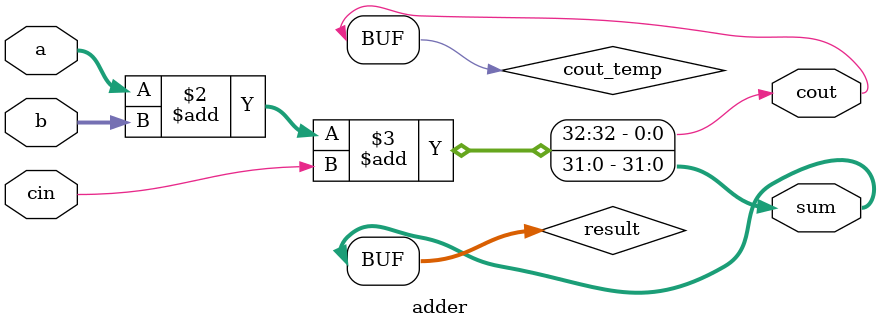
<source format=sv>
/**
 * This module sum two values.
 *
 * Parameters:
 * 	 N - number of bits.
 *
 * Inputs:
 *     a    - first operand.
 *     b    - second operand.
 *     cin  - carry input.
 *
 * Outputs:
 *     sum  - result to sum a and b.
 *     cout - carry out.
 *
 */
module adder #(parameter N=32)
              (input  logic [N-1:0] a, b,
				   input  logic         cin,
               output logic [N-1:0] sum,
					output logic         cout);

	// To save the result
	logic [N-1:0] result;
	// To save carry out
	logic cout_temp;

	always_comb begin
		{cout_temp, result} <= a + b + cin;
	end

	// Assign result to the output
	assign sum = result;
	// Assign the carry out
	assign cout = cout_temp;

endmodule // adder

</source>
